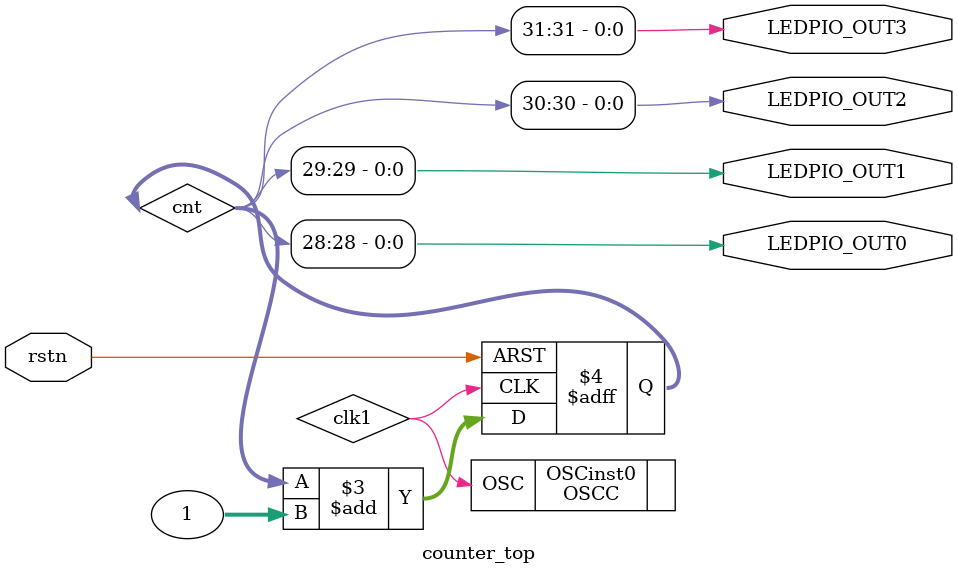
<source format=v>

module reveal_coretop (clk, reset_n, trigger_din, trigger_en, trace_din)  /* synthesis syn_hier="hard" */ ;
    ///////// PARAMETERS for IO port///////////////
    parameter NUM_CORES = 1 ; 
    parameter TOTAL_TRIGGER_DIN = 6 ; 
    parameter TOTAL_TRACE_DIN = 6 ; 
    ///////// IO port define //////////
    input [(NUM_CORES - 1):0] clk ; 
    input [(NUM_CORES - 1):0] reset_n ; 
    input [(TOTAL_TRIGGER_DIN - 1):0] trigger_din ; 
    input [(TOTAL_TRACE_DIN - 1):0] trace_din ; 
    // other io ports defines, including the triggered out signals
    input [0:0] trigger_en ; 
    /// wires for interconnection ///
    wire [(NUM_CORES - 1):0] trigger_out ; 
    wire [(NUM_CORES - 1):0] jtck ; 
    wire [(NUM_CORES - 1):0] jrstn ; 
    wire [(NUM_CORES - 1):0] jce2 ; 
    wire [(NUM_CORES - 1):0] jtdi ; 
    wire [(NUM_CORES - 1):0] er2_tdo ; 
    wire [(NUM_CORES - 1):0] jshift ; 
    wire [(NUM_CORES - 1):0] jupdate ; 
    wire [(NUM_CORES - 1):0] ip_enable ; 
    wire [5:0] trace_din_net ; 
    wire [5:0] trigger_din_net ; 
    assign trace_din_net[0] = trace_din[0] ; 
    assign trace_din_net[1] = trace_din[1] ; 
    assign trace_din_net[2] = trace_din[2] ; 
    assign trace_din_net[3] = trace_din[3] ; 
    assign trace_din_net[4] = trace_din[4] ; 
    assign trace_din_net[5] = trace_din[5] ; 
    assign trigger_din_net[0] = trigger_din[0] ; 
    assign trigger_din_net[1] = trigger_din[1] ; 
    assign trigger_din_net[2] = trigger_din[2] ; 
    assign trigger_din_net[3] = trigger_din[3] ; 
    assign trigger_din_net[4] = trigger_din[4] ; 
    assign trigger_din_net[5] = trigger_din[5] ; 
    ////// core instances //////
    counter_top_la0 counter_top_la0_inst_0 (.clk(clk[0]), .reset_n(reset_n[0]), .jtck(jtck[0]), .jrstn(jrstn[0]), .jce2(jce2[0]), .jtdi(jtdi[0]), .er2_tdo(er2_tdo[0]), .jshift(jshift[0]), .jupdate(jupdate[0]), .trigger_din_0(trigger_din_net[5:0]), .trace_din(trace_din_net[5:0]), .trigger_en(trigger_en[0]), .ip_enable(ip_enable[0])) /* synthesis syn_noprune=1 */  ; 
    jtagconn16 jtagconn16_inst_0 (.jtck(jtck[0]), .jtdi(jtdi[0]), .jshift(jshift[0]), .jupdate(jupdate[0]), .jrstn(jrstn[0]), .jce2(jce2[0]), .ip_enable(ip_enable[0]), .er2_tdo(er2_tdo[0])) /* synthesis JTAG_IP="REVEAL" IP_ID="0" HUB_ID="0" syn_noprune=1 */  ; 

//exemplar attribute jtagconn16_inst_0 JTAG_IP "REVEAL"
//exemplar attribute jtagconn16_inst_0 IP_ID "0"
//exemplar attribute jtagconn16_inst_0 HUB_ID "0"
endmodule



//Reveal ECP5 counter and trigger modules
module counter_top (
    input rstn, 
    output LEDPIO_OUT0, 
    output LEDPIO_OUT1, 
    output LEDPIO_OUT2, 
    output LEDPIO_OUT3) ;
    // LatticeECP5 internal oscillator generates platform clock
    wire clk1 ;  /* synthesis syn_keep=1 preserve_signal=1 RVL_DEBUG_core0_clock0="clk1_0" */ 
    reg [31:0] cnt ;  /* synthesis syn_keep=1 preserve_signal=1 RVL_DEBUG_core0_trace0="cnt_5" RVL_DEBUG_core0_trace1="cnt_4" RVL_DEBUG_core0_trace2="cnt_3" RVL_DEBUG_core0_trace3="cnt_2" RVL_DEBUG_core0_trace4="cnt_1" RVL_DEBUG_core0_trace5="cnt_0" RVL_DEBUG_core0_trigger0="cnt_5" RVL_DEBUG_core0_trigger1="cnt_4" RVL_DEBUG_core0_trigger2="cnt_3" RVL_DEBUG_core0_trigger3="cnt_2" RVL_DEBUG_core0_trigger4="cnt_1" RVL_DEBUG_core0_trigger5="cnt_0" */ 
    wire VCC ; 
    OSCC OSCinst0 (.OSC(clk1)) ; 
    //defparam OSCinst0.NOM_FREQ = "54.0" ;   
    always
        @(posedge clk1 or negedge rstn)
        begin
            if ((!rstn)) 
                cnt = 0 ;
            else
                cnt = (cnt + 1) ;
        end
    assign LEDPIO_OUT0 = cnt[28] ; 
    assign LEDPIO_OUT1 = cnt[29] ; 
    assign LEDPIO_OUT2 = cnt[30] ; 
    assign LEDPIO_OUT3 = cnt[31] ; 
    VHI VHI_reset_u (.Z(VCC)) ; 
    reveal_coretop counter_top_reveal_coretop_instance (.clk({clk1}), .reset_n({VCC}), .trigger_din({cnt[5],cnt[4],cnt[3],cnt[2],cnt[1],cnt[0]}), .trigger_en({VCC}), .trace_din({cnt[5],cnt[4],cnt[3],cnt[2],cnt[1],cnt[0]})) /* synthesis syn_noprune=1 dont_touch=1 */  ; 
endmodule



</source>
